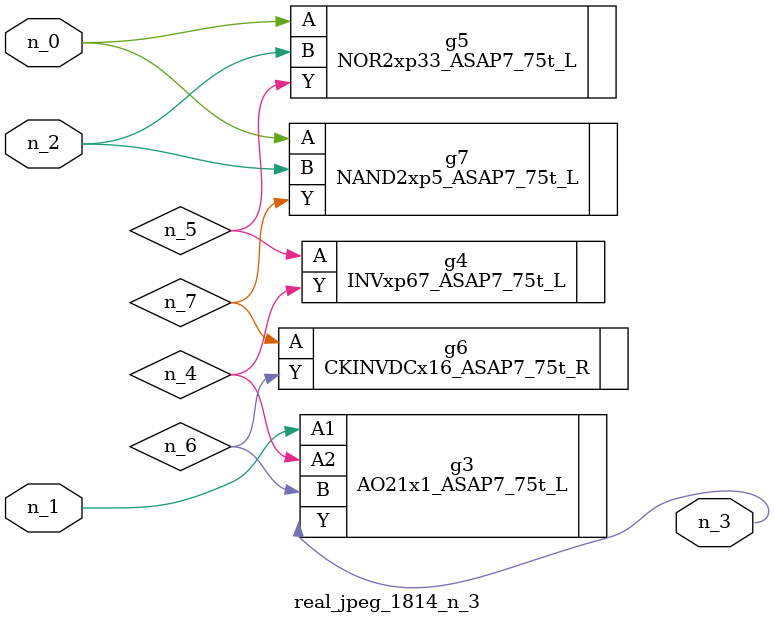
<source format=v>
module real_jpeg_1814_n_3 (n_1, n_0, n_2, n_3);

input n_1;
input n_0;
input n_2;

output n_3;

wire n_5;
wire n_4;
wire n_6;
wire n_7;

NOR2xp33_ASAP7_75t_L g5 ( 
.A(n_0),
.B(n_2),
.Y(n_5)
);

NAND2xp5_ASAP7_75t_L g7 ( 
.A(n_0),
.B(n_2),
.Y(n_7)
);

AO21x1_ASAP7_75t_L g3 ( 
.A1(n_1),
.A2(n_4),
.B(n_6),
.Y(n_3)
);

INVxp67_ASAP7_75t_L g4 ( 
.A(n_5),
.Y(n_4)
);

CKINVDCx16_ASAP7_75t_R g6 ( 
.A(n_7),
.Y(n_6)
);


endmodule
</source>
